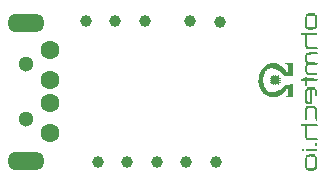
<source format=gbs>
G04 Layer_Color=16711935*
%FSLAX25Y25*%
%MOIN*%
G70*
G01*
G75*
%ADD21C,0.03937*%
G04:AMPARAMS|DCode=29|XSize=59.06mil|YSize=118.11mil|CornerRadius=20.67mil|HoleSize=0mil|Usage=FLASHONLY|Rotation=270.000|XOffset=0mil|YOffset=0mil|HoleType=Round|Shape=RoundedRectangle|*
%AMROUNDEDRECTD29*
21,1,0.05906,0.07677,0,0,270.0*
21,1,0.01772,0.11811,0,0,270.0*
1,1,0.04134,-0.03839,-0.00886*
1,1,0.04134,-0.03839,0.00886*
1,1,0.04134,0.03839,0.00886*
1,1,0.04134,0.03839,-0.00886*
%
%ADD29ROUNDEDRECTD29*%
%ADD30C,0.06299*%
%ADD31C,0.05118*%
%ADD44C,0.00200*%
%ADD45R,0.02500X0.02500*%
G36*
X107521Y57456D02*
X107774Y57203D01*
X107954Y56878D01*
X107990Y56733D01*
X108027Y56625D01*
X108063Y56553D01*
Y56517D01*
Y56445D01*
Y56336D01*
Y56264D01*
Y56228D01*
Y56011D01*
X108099Y55795D01*
X108135Y55650D01*
Y55578D01*
X108171Y55289D01*
Y55036D01*
Y54856D01*
Y54783D01*
Y54386D01*
X108135Y54025D01*
X108099Y53700D01*
X108063Y53447D01*
Y53231D01*
X108027Y53086D01*
X107990Y53014D01*
Y52978D01*
X107882Y52761D01*
X107774Y52617D01*
X107738Y52545D01*
X107702Y52508D01*
X107521Y52400D01*
X107304Y52328D01*
X107052Y52256D01*
X106799Y52220D01*
X106546Y52184D01*
X105427D01*
X105210Y52220D01*
X104921D01*
X104813Y52256D01*
X104777D01*
X104596Y52364D01*
X104452Y52508D01*
X104235Y52833D01*
X104199Y52978D01*
X104163Y53122D01*
X104127Y53195D01*
Y53231D01*
X104090Y53375D01*
Y53628D01*
X104054Y53917D01*
Y54242D01*
Y54531D01*
Y54783D01*
Y54964D01*
Y55036D01*
Y55614D01*
X104127Y56120D01*
X104163Y56481D01*
X104235Y56770D01*
X104307Y56986D01*
X104379Y57131D01*
X104416Y57203D01*
X104452Y57239D01*
X104632Y57383D01*
X104885Y57456D01*
X105427Y57600D01*
X105679D01*
X105896Y57636D01*
X107304D01*
X107521Y57456D01*
D02*
G37*
G36*
X107413Y51136D02*
X107918D01*
X108027Y51100D01*
X108063D01*
X108171Y50956D01*
X108207Y50884D01*
X108243Y50811D01*
Y50775D01*
X108207Y50595D01*
X108135Y50486D01*
X108063Y50414D01*
X107882D01*
X107665Y50378D01*
X104704D01*
Y48970D01*
Y48609D01*
Y48284D01*
X104741Y47778D01*
Y47381D01*
X104777Y47092D01*
X104813Y46875D01*
Y46767D01*
X104849Y46695D01*
X104993Y46586D01*
X105246Y46514D01*
X105535Y46442D01*
X105860Y46406D01*
X106149Y46370D01*
X107629D01*
X107810Y46334D01*
X108063D01*
X108171Y46262D01*
X108207Y46153D01*
X108243Y46009D01*
Y45973D01*
X108207Y45864D01*
X108063Y45792D01*
X107918Y45720D01*
X107702Y45684D01*
X107521Y45648D01*
X106510D01*
X105896Y45684D01*
X105427Y45720D01*
X105029Y45792D01*
X104777Y45864D01*
X104560Y45973D01*
X104452Y46045D01*
X104379Y46081D01*
Y46117D01*
X104307Y46225D01*
X104271Y46370D01*
X104199Y46695D01*
X104127Y47128D01*
X104090Y47561D01*
X104054Y47959D01*
Y48320D01*
Y48464D01*
Y48536D01*
Y48609D01*
Y48645D01*
X103982Y50378D01*
X103260D01*
X103043Y50450D01*
X102899Y50486D01*
X102827Y50559D01*
X102754Y50631D01*
X102718Y50703D01*
Y50739D01*
Y50775D01*
Y50811D01*
Y50884D01*
Y50920D01*
X102754Y50992D01*
X102899Y51064D01*
X103079Y51100D01*
X103260Y51136D01*
X103477Y51172D01*
X107196D01*
X107413Y51136D01*
D02*
G37*
G36*
X99924Y41067D02*
X99957D01*
X99991Y38934D01*
Y36785D01*
X97592Y36602D01*
X97392Y36818D01*
X97192Y37002D01*
X97025Y37185D01*
X96859Y37335D01*
X96725Y37451D01*
X96625Y37535D01*
X96559Y37601D01*
X96542Y37618D01*
X96226Y37885D01*
X95926Y38118D01*
X95642Y38334D01*
X95359Y38518D01*
X95076Y38684D01*
X94809Y38818D01*
X94560Y38934D01*
X94310Y39051D01*
X94076Y39134D01*
X93843Y39201D01*
X93410Y39284D01*
X93027Y39317D01*
X92677Y39301D01*
X92360Y39267D01*
X92077Y39184D01*
X91844Y39101D01*
X91661Y39018D01*
X91511Y38934D01*
X91394Y38851D01*
X91328Y38801D01*
X91311Y38784D01*
X91078Y38534D01*
X90878Y38268D01*
X90711Y37985D01*
X90578Y37685D01*
X90461Y37385D01*
X90361Y37068D01*
X90294Y36768D01*
X90228Y36468D01*
X90195Y36185D01*
X90161Y35935D01*
X90145Y35702D01*
Y35486D01*
Y35319D01*
Y35186D01*
Y35119D01*
Y35086D01*
X90195Y34636D01*
X90278Y34219D01*
X90361Y33836D01*
X90495Y33486D01*
X90628Y33170D01*
X90761Y32887D01*
X90911Y32637D01*
X91061Y32403D01*
X91211Y32220D01*
X91361Y32054D01*
X91494Y31920D01*
X91611Y31804D01*
X91694Y31720D01*
X91777Y31670D01*
X91827Y31637D01*
X91844Y31620D01*
X92061Y31504D01*
X92294Y31420D01*
X92510Y31354D01*
X92760Y31321D01*
X92993Y31304D01*
X93227D01*
X93477Y31337D01*
X93726Y31387D01*
X94210Y31521D01*
X94693Y31720D01*
X95159Y31954D01*
X95609Y32204D01*
X96042Y32487D01*
X96425Y32770D01*
X96775Y33037D01*
X97075Y33303D01*
X97325Y33520D01*
X97425Y33603D01*
X97508Y33686D01*
X97575Y33753D01*
X97625Y33803D01*
X97642Y33820D01*
X97658Y33836D01*
X99957Y33920D01*
Y31770D01*
Y29621D01*
X97158D01*
X97308Y29705D01*
X97558Y29838D01*
X97725Y29938D01*
X97875Y30004D01*
X97958Y30038D01*
X97975Y30054D01*
X97992D01*
X98175Y30154D01*
X98308Y30238D01*
X98408Y30288D01*
X98475Y30338D01*
X98508Y30354D01*
X98525Y30371D01*
X98541Y30388D01*
Y31804D01*
Y33187D01*
X98391Y33220D01*
X98308Y33203D01*
X98258Y33187D01*
X98225Y33170D01*
X98208Y33153D01*
X98175Y33120D01*
X98141Y33053D01*
X98058Y32903D01*
X98025Y32837D01*
X97992Y32770D01*
X97958Y32737D01*
Y32720D01*
X97791Y32387D01*
X97608Y32070D01*
X97442Y31804D01*
X97292Y31587D01*
X97142Y31404D01*
X97042Y31271D01*
X96975Y31187D01*
X96942Y31154D01*
X96709Y30921D01*
X96475Y30721D01*
X96242Y30538D01*
X95992Y30388D01*
X95759Y30238D01*
X95509Y30121D01*
X95293Y30021D01*
X95059Y29921D01*
X94859Y29855D01*
X94660Y29788D01*
X94493Y29754D01*
X94343Y29705D01*
X94226Y29688D01*
X94143Y29671D01*
X94076Y29655D01*
X94060D01*
X93777Y29638D01*
X93493D01*
X93210Y29655D01*
X92960Y29688D01*
X92460Y29788D01*
X92244Y29855D01*
X92027Y29921D01*
X91844Y29988D01*
X91677Y30071D01*
X91527Y30138D01*
X91394Y30188D01*
X91294Y30238D01*
X91228Y30288D01*
X91177Y30304D01*
X91161Y30321D01*
X90794Y30571D01*
X90478Y30837D01*
X90178Y31137D01*
X89928Y31437D01*
X89695Y31754D01*
X89478Y32054D01*
X89312Y32370D01*
X89145Y32653D01*
X89028Y32937D01*
X88912Y33203D01*
X88828Y33436D01*
X88762Y33653D01*
X88712Y33820D01*
X88678Y33936D01*
X88645Y34020D01*
Y34053D01*
X88595Y34369D01*
X88562Y34686D01*
X88545Y35302D01*
X88579Y35869D01*
X88595Y36119D01*
X88629Y36369D01*
X88678Y36585D01*
X88712Y36802D01*
X88745Y36968D01*
X88779Y37118D01*
X88812Y37235D01*
X88845Y37335D01*
X88862Y37385D01*
Y37402D01*
X88995Y37735D01*
X89128Y38051D01*
X89295Y38334D01*
X89461Y38618D01*
X89628Y38868D01*
X89811Y39101D01*
X89995Y39317D01*
X90161Y39517D01*
X90328Y39684D01*
X90495Y39834D01*
X90644Y39967D01*
X90761Y40067D01*
X90861Y40150D01*
X90944Y40217D01*
X90994Y40250D01*
X91011Y40267D01*
X91161Y40367D01*
X91344Y40467D01*
X91527Y40550D01*
X91711Y40633D01*
X91877Y40717D01*
X92010Y40767D01*
X92111Y40800D01*
X92127Y40817D01*
X92144D01*
X92427Y40900D01*
X92677Y40967D01*
X92910Y41000D01*
X93127Y41033D01*
X93293Y41050D01*
X93410Y41067D01*
X93527D01*
X93843Y41050D01*
X94143Y41017D01*
X94426Y40967D01*
X94676Y40900D01*
X94893Y40850D01*
X95043Y40800D01*
X95109Y40784D01*
X95159Y40767D01*
X95176Y40750D01*
X95193D01*
X95559Y40584D01*
X95892Y40384D01*
X96209Y40167D01*
X96509Y39934D01*
X96759Y39701D01*
X97009Y39451D01*
X97208Y39184D01*
X97408Y38934D01*
X97575Y38701D01*
X97708Y38484D01*
X97825Y38268D01*
X97925Y38085D01*
X97992Y37951D01*
X98041Y37835D01*
X98075Y37751D01*
X98091Y37735D01*
X98125Y37668D01*
X98141Y37601D01*
X98158Y37551D01*
X98175Y37518D01*
X98191Y37501D01*
X98208D01*
X98275Y37485D01*
X98541D01*
Y38901D01*
Y39151D01*
Y39384D01*
Y39567D01*
Y39734D01*
Y39884D01*
Y40000D01*
Y40084D01*
Y40167D01*
Y40234D01*
Y40267D01*
Y40334D01*
Y40350D01*
X97842Y40667D01*
X97575Y40800D01*
X97458Y40867D01*
X97358Y40917D01*
X97275Y40967D01*
X97208Y41000D01*
X97175Y41017D01*
X97158Y41033D01*
X97175D01*
X97225Y41050D01*
X97375D01*
X97592Y41067D01*
X97842D01*
X98108Y41083D01*
X99874D01*
X99924Y41067D01*
D02*
G37*
G36*
X107629Y44673D02*
X107954D01*
X108027Y44636D01*
X108063D01*
X108171Y44492D01*
X108207Y44420D01*
X108243Y44348D01*
Y44311D01*
X108207Y44131D01*
X108135Y44023D01*
X108099Y43950D01*
X107918D01*
X107738Y43914D01*
X106582D01*
X106040Y43878D01*
X105607Y43842D01*
X105282Y43770D01*
X105066Y43698D01*
X104921Y43625D01*
X104813Y43589D01*
X104777Y43517D01*
X104741Y43445D01*
Y43336D01*
X104704Y43012D01*
Y42903D01*
Y42759D01*
Y42687D01*
Y42650D01*
Y42362D01*
X104741Y42109D01*
X104777Y41892D01*
X104849Y41748D01*
X104885Y41639D01*
X104957Y41567D01*
X104993Y41495D01*
X105174Y41242D01*
X107557D01*
X107738Y41206D01*
X108027D01*
X108135Y41134D01*
X108207Y41026D01*
X108243Y40881D01*
Y40845D01*
X108207Y40664D01*
X108135Y40556D01*
X108063Y40484D01*
X107882D01*
X107702Y40448D01*
X105174D01*
X104993Y40303D01*
X104885Y40159D01*
X104813Y39978D01*
X104741Y39545D01*
X104704Y39364D01*
Y39184D01*
Y39076D01*
Y39039D01*
Y38823D01*
Y38642D01*
X104741Y38353D01*
X104777Y38209D01*
Y38173D01*
X104885Y37992D01*
X104993Y37884D01*
X105066Y37848D01*
X107557D01*
X107738Y37812D01*
X108027D01*
X108135Y37740D01*
X108207Y37631D01*
X108243Y37487D01*
Y37451D01*
Y37306D01*
X108207Y37234D01*
X108171Y37162D01*
X108063Y37126D01*
X107882Y37089D01*
X107629D01*
X107340Y37053D01*
X105968D01*
X105499Y37126D01*
X105102Y37162D01*
X104849Y37234D01*
X104632Y37306D01*
X104524Y37378D01*
X104452Y37415D01*
Y37451D01*
X104307Y37667D01*
X104235Y37884D01*
X104090Y38426D01*
Y38642D01*
X104054Y38859D01*
Y39003D01*
Y39039D01*
Y39401D01*
X104127Y39726D01*
X104163Y40014D01*
X104235Y40231D01*
X104307Y40412D01*
X104379Y40520D01*
X104416Y40592D01*
X104452Y40628D01*
X104596Y40845D01*
X104524Y40917D01*
X104452Y41026D01*
X104379Y41134D01*
X104343Y41278D01*
X104307Y41314D01*
X104235Y41531D01*
X104163Y41784D01*
X104090Y42325D01*
X104054Y42542D01*
Y42723D01*
Y42867D01*
Y42903D01*
Y43264D01*
X104127Y43553D01*
X104163Y43806D01*
X104235Y43986D01*
X104307Y44131D01*
X104379Y44239D01*
X104416Y44275D01*
X104452Y44311D01*
X104632Y44456D01*
X104921Y44528D01*
X105246Y44600D01*
X105607Y44673D01*
X105896D01*
X106185Y44709D01*
X107340D01*
X107629Y44673D01*
D02*
G37*
G36*
X104416Y36512D02*
X104452D01*
X104524Y36439D01*
X104560Y36331D01*
X104596Y36223D01*
Y36187D01*
X104704Y35898D01*
X106907D01*
X107340Y35862D01*
X107665D01*
X107882Y35826D01*
X108027D01*
X108135Y35790D01*
X108171D01*
X108243Y35609D01*
X108207Y35429D01*
Y35284D01*
X108171Y35248D01*
X108027Y35212D01*
X107810Y35176D01*
X107521Y35140D01*
X107196Y35103D01*
X104704D01*
Y34309D01*
Y34020D01*
X104668Y33803D01*
Y33623D01*
X104632Y33515D01*
Y33442D01*
X104596Y33406D01*
Y33370D01*
X104054D01*
Y34309D01*
Y35103D01*
X103188D01*
X103007Y35176D01*
X102899Y35212D01*
X102790Y35284D01*
X102718Y35429D01*
Y35465D01*
Y35501D01*
X102754Y35645D01*
X102827Y35717D01*
X103079Y35862D01*
X103332Y35898D01*
X103440D01*
X103982Y35970D01*
X104054Y36187D01*
X104090Y36295D01*
X104127Y36403D01*
X104199Y36476D01*
X104235Y36512D01*
X104307Y36548D01*
X104379D01*
X104416Y36512D01*
D02*
G37*
G36*
X107377Y32901D02*
X107521Y32720D01*
X107665Y32540D01*
X107810Y32395D01*
X107954Y32106D01*
X108027Y31926D01*
X108063Y31854D01*
X108099Y31745D01*
X108135Y31601D01*
X108171Y31240D01*
Y31059D01*
Y30915D01*
Y30806D01*
Y30770D01*
Y30048D01*
X107990Y29976D01*
X107882Y29940D01*
X107774D01*
X107738Y29976D01*
X107702D01*
X107521Y30048D01*
Y30770D01*
Y31131D01*
X107485Y31420D01*
X107413Y31637D01*
X107340Y31817D01*
X107304Y31962D01*
X107232Y32034D01*
X107196Y32106D01*
X107124Y32142D01*
X106979Y32179D01*
X106835D01*
X106438Y32251D01*
Y29904D01*
Y27520D01*
X106365Y27484D01*
X106257D01*
X105968Y27448D01*
X105102D01*
X104957Y27484D01*
X104777D01*
X104741Y27520D01*
X104704D01*
X104488Y27665D01*
X104307Y27845D01*
X104163Y28026D01*
X104127Y28062D01*
Y28098D01*
Y28134D01*
X104090Y28207D01*
Y28459D01*
X104054Y28784D01*
Y29145D01*
Y29506D01*
Y29795D01*
Y30048D01*
Y30084D01*
Y30120D01*
Y30445D01*
Y30734D01*
Y31204D01*
X104090Y31565D01*
Y31817D01*
Y31962D01*
X104127Y32070D01*
Y32106D01*
X104235Y32323D01*
X104343Y32504D01*
X104596Y32720D01*
X104777Y32865D01*
X104813Y32901D01*
X105318D01*
X105643Y32937D01*
X105932Y32973D01*
X106185D01*
X107377Y32901D01*
D02*
G37*
G36*
X106763Y26726D02*
X106979Y26690D01*
X107160Y26654D01*
X107304D01*
X107377Y26618D01*
X107449Y26581D01*
X107629Y26437D01*
X107774Y26293D01*
X107954Y26004D01*
X108027Y25787D01*
X108063Y25751D01*
Y25715D01*
X108099Y25534D01*
X108135Y25245D01*
Y24920D01*
X108171Y24559D01*
Y24234D01*
Y23945D01*
Y23729D01*
Y23693D01*
Y23657D01*
Y23332D01*
Y23079D01*
Y22646D01*
X108135Y22321D01*
Y22104D01*
Y21959D01*
X108099Y21887D01*
Y21851D01*
X107918Y21779D01*
X107846D01*
X107665Y21815D01*
X107593Y21851D01*
Y22104D01*
Y22284D01*
X107557Y22501D01*
Y22682D01*
Y22718D01*
Y22754D01*
X107521Y23079D01*
Y23368D01*
Y23584D01*
Y23620D01*
Y23657D01*
Y24234D01*
X107485Y24668D01*
Y25029D01*
X107449Y25282D01*
Y25462D01*
X107413Y25570D01*
Y25607D01*
Y25643D01*
X107340Y25751D01*
X107232Y25823D01*
X106907Y25932D01*
X106763D01*
X106618Y25968D01*
X104993D01*
X104921Y25787D01*
X104885Y25715D01*
X104849Y25643D01*
X104777Y25354D01*
X104741Y24957D01*
Y24559D01*
X104704Y24162D01*
Y23837D01*
Y23693D01*
Y23584D01*
Y23548D01*
Y23512D01*
Y23187D01*
Y22898D01*
X104668Y22682D01*
Y22465D01*
X104596Y22140D01*
X104524Y21923D01*
X104488Y21815D01*
X104416Y21743D01*
X104379Y21707D01*
X104307Y21743D01*
X104271Y21779D01*
X104235Y21887D01*
X104199Y22032D01*
X104127Y22357D01*
X104090Y22718D01*
X104054Y23115D01*
Y23440D01*
Y23584D01*
Y23693D01*
Y23729D01*
Y23765D01*
Y24090D01*
Y24415D01*
Y24884D01*
X104090Y25282D01*
Y25570D01*
Y25751D01*
X104127Y25895D01*
Y25932D01*
Y25968D01*
X104235Y26184D01*
X104379Y26329D01*
X104488Y26437D01*
X104560Y26545D01*
X104704Y26618D01*
X104777Y26654D01*
X104921Y26762D01*
X106474D01*
X106763Y26726D01*
D02*
G37*
G36*
X107413Y20732D02*
X107918D01*
X108027Y20696D01*
X108063D01*
X108171Y20551D01*
X108207Y20479D01*
X108243Y20407D01*
Y20371D01*
X108207Y20190D01*
X108135Y20082D01*
X108063Y20009D01*
X107882D01*
X107665Y19973D01*
X104704D01*
Y18565D01*
Y18204D01*
Y17879D01*
X104741Y17373D01*
Y16976D01*
X104777Y16651D01*
X104813Y16471D01*
Y16326D01*
X104849Y16254D01*
X104957Y16182D01*
X105174Y16110D01*
X105499Y16073D01*
X105788D01*
X106113Y16037D01*
X107629D01*
X107810Y16001D01*
X108063D01*
X108171Y15929D01*
X108207Y15821D01*
X108243Y15676D01*
Y15640D01*
X108207Y15460D01*
X108135Y15351D01*
X108063Y15279D01*
X107882D01*
X107665Y15243D01*
X106510D01*
X105896Y15279D01*
X105427Y15315D01*
X105029Y15387D01*
X104777Y15460D01*
X104560Y15568D01*
X104452Y15640D01*
X104379Y15676D01*
Y15712D01*
X104307Y15821D01*
X104271Y15965D01*
X104199Y16290D01*
X104127Y16724D01*
X104090Y17157D01*
X104054Y17554D01*
Y17915D01*
Y18059D01*
Y18132D01*
Y18204D01*
Y18240D01*
X103982Y19973D01*
X103260D01*
X103043Y20046D01*
X102899Y20082D01*
X102827Y20154D01*
X102754Y20226D01*
X102718Y20298D01*
Y20335D01*
Y20371D01*
Y20407D01*
Y20479D01*
Y20515D01*
X102754Y20587D01*
X102899Y20660D01*
X103079Y20696D01*
X103260Y20732D01*
X103477Y20768D01*
X107196D01*
X107413Y20732D01*
D02*
G37*
G36*
X107846Y14340D02*
X107954Y14268D01*
X107990Y14232D01*
X108099Y14087D01*
X108135Y13979D01*
X108171Y13871D01*
Y13835D01*
X108135Y13690D01*
X108099Y13546D01*
X107954Y13438D01*
X107846Y13365D01*
X107774D01*
X107629Y13401D01*
X107557Y13438D01*
X107413Y13582D01*
X107377Y13762D01*
Y13799D01*
Y13835D01*
X107413Y14087D01*
X107485Y14232D01*
X107557Y14304D01*
X107593Y14340D01*
X107738Y14376D01*
X107846Y14340D01*
D02*
G37*
G36*
X107629Y12282D02*
X108027D01*
X108135Y12246D01*
X108171D01*
X108243Y12101D01*
X108207Y11921D01*
Y11776D01*
X108171Y11704D01*
X108135D01*
X108063Y11668D01*
X107810D01*
X107521Y11632D01*
X104596D01*
X104379Y11704D01*
X104343Y11776D01*
X104307Y11885D01*
X104271Y11957D01*
Y11993D01*
Y12101D01*
Y12174D01*
X104307Y12246D01*
X104379Y12318D01*
X107268D01*
X107629Y12282D01*
D02*
G37*
G36*
X103693Y12462D02*
X103729Y12426D01*
X103765D01*
X103802Y12318D01*
X103838Y12174D01*
Y12065D01*
Y12029D01*
X103802Y11885D01*
X103765Y11740D01*
X103621Y11632D01*
X103513Y11560D01*
X103440D01*
X103296Y11596D01*
X103224Y11632D01*
X103079Y11776D01*
X103043Y11957D01*
Y11993D01*
Y12029D01*
Y12174D01*
X103115Y12282D01*
X103224Y12426D01*
X103368Y12499D01*
X103585D01*
X103693Y12462D01*
D02*
G37*
G36*
X107521Y10440D02*
X107774Y10152D01*
X107954Y9863D01*
X107990Y9718D01*
X108027Y9610D01*
X108063Y9538D01*
Y9501D01*
Y9429D01*
Y9321D01*
Y9249D01*
Y9213D01*
Y8996D01*
X108099Y8779D01*
X108135Y8635D01*
Y8563D01*
X108171Y8274D01*
Y8021D01*
Y7840D01*
Y7768D01*
Y7335D01*
X108135Y6974D01*
X108099Y6685D01*
X108063Y6432D01*
Y6216D01*
X108027Y6071D01*
X107990Y5999D01*
Y5963D01*
X107882Y5746D01*
X107774Y5602D01*
X107738Y5529D01*
X107702Y5493D01*
X107521Y5385D01*
X107304Y5313D01*
X107052Y5240D01*
X106799Y5204D01*
X106546Y5168D01*
X105788D01*
X105535Y5204D01*
X105318D01*
X105102Y5240D01*
X104957Y5277D01*
X104849D01*
X104813Y5313D01*
X104777D01*
X104596Y5421D01*
X104452Y5565D01*
X104235Y5891D01*
X104199Y6035D01*
X104163Y6143D01*
X104127Y6216D01*
Y6252D01*
X104090Y6432D01*
Y6685D01*
X104054Y6974D01*
Y7299D01*
Y7588D01*
Y7840D01*
Y8021D01*
Y8093D01*
Y8671D01*
X104127Y9177D01*
X104163Y9538D01*
X104235Y9826D01*
X104307Y10043D01*
X104379Y10188D01*
X104416Y10260D01*
X104452Y10296D01*
X104632Y10404D01*
X104849Y10476D01*
X105102Y10513D01*
X105390Y10549D01*
X105679Y10585D01*
X107304D01*
X107521Y10440D01*
D02*
G37*
%LPC*%
G36*
X106402Y56842D02*
X105679D01*
X105427Y56806D01*
X105210Y56770D01*
X105066Y56733D01*
X104957D01*
X104885Y56697D01*
X104849Y56661D01*
X104813Y56517D01*
X104777Y56336D01*
X104741Y56083D01*
X104704Y55795D01*
Y55542D01*
Y55325D01*
Y55181D01*
Y55108D01*
Y54531D01*
X104741Y54061D01*
X104777Y53700D01*
X104813Y53447D01*
X104849Y53303D01*
X104885Y53195D01*
X104921Y53122D01*
X105102Y52978D01*
X106474D01*
X106763Y53014D01*
X106979Y53086D01*
X107160Y53122D01*
X107268Y53195D01*
X107340Y53267D01*
X107377Y53303D01*
X107413Y53447D01*
X107449Y53664D01*
X107485Y54170D01*
X107521Y54386D01*
Y54603D01*
Y54747D01*
Y54783D01*
Y55253D01*
X107485Y55650D01*
X107449Y55975D01*
X107413Y56228D01*
X107377Y56372D01*
X107340Y56517D01*
X107304Y56553D01*
Y56589D01*
X107196Y56661D01*
X107015Y56733D01*
X106835Y56770D01*
X106618Y56806D01*
X106402Y56842D01*
D02*
G37*
G36*
X105788Y32179D02*
X105463D01*
X105282Y32142D01*
X105138Y32106D01*
X104921Y31962D01*
X104813Y31854D01*
X104777Y31781D01*
X104741Y31637D01*
Y31420D01*
X104704Y31168D01*
Y30879D01*
Y30590D01*
Y30337D01*
Y30193D01*
Y30120D01*
Y29615D01*
Y29254D01*
X104741Y28965D01*
Y28748D01*
Y28604D01*
X104777Y28532D01*
Y28495D01*
X104957Y28315D01*
X105210Y28207D01*
X105390Y28170D01*
X105788D01*
Y30229D01*
Y32179D01*
D02*
G37*
G36*
X106185Y9899D02*
X105679D01*
X105427Y9863D01*
X105210Y9826D01*
X105066Y9790D01*
X104957Y9754D01*
X104885Y9718D01*
X104849Y9682D01*
X104813Y9538D01*
X104777Y9321D01*
X104741Y9068D01*
X104704Y8779D01*
Y8527D01*
Y8310D01*
Y8165D01*
Y8093D01*
Y7515D01*
X104741Y7046D01*
X104777Y6685D01*
X104813Y6432D01*
X104849Y6288D01*
X104885Y6179D01*
X104921Y6107D01*
X105102Y5963D01*
X106474D01*
X106727Y6035D01*
X106943Y6071D01*
X107124Y6143D01*
X107232Y6216D01*
X107304Y6288D01*
X107377Y6324D01*
Y6360D01*
X107413Y6504D01*
X107449Y6685D01*
X107485Y7154D01*
X107521Y7407D01*
Y7588D01*
Y7732D01*
Y7768D01*
Y8274D01*
X107485Y8671D01*
X107449Y8996D01*
X107413Y9213D01*
X107377Y9393D01*
X107340Y9501D01*
X107304Y9574D01*
X107160Y9682D01*
X107015Y9754D01*
X106582Y9863D01*
X106365D01*
X106185Y9899D01*
D02*
G37*
%LPD*%
D21*
X74370Y8000D02*
D03*
X75900Y54600D02*
D03*
X65700Y55000D02*
D03*
X50685D02*
D03*
X40843D02*
D03*
X31000D02*
D03*
X35000Y8000D02*
D03*
X44842D02*
D03*
X54685D02*
D03*
X64528D02*
D03*
D29*
X10957Y54532D02*
D03*
Y8468D02*
D03*
D30*
X19224Y17720D02*
D03*
Y27563D02*
D03*
Y35437D02*
D03*
Y45279D02*
D03*
D31*
X10957Y40555D02*
D03*
Y22445D02*
D03*
D44*
X95400Y36200D02*
X95800D01*
X95400Y35500D02*
X95800D01*
X95300Y34700D02*
X95800D01*
X93400Y34000D02*
Y34300D01*
X94200Y34000D02*
Y34300D01*
X95000Y34000D02*
Y34200D01*
X93400Y36600D02*
Y36900D01*
X94200Y36600D02*
Y36900D01*
X95000Y36600D02*
Y36900D01*
X92500Y34700D02*
X92800D01*
X92500Y35500D02*
X92800D01*
X92500Y36200D02*
X92800D01*
D45*
X94050Y35450D02*
D03*
M02*

</source>
